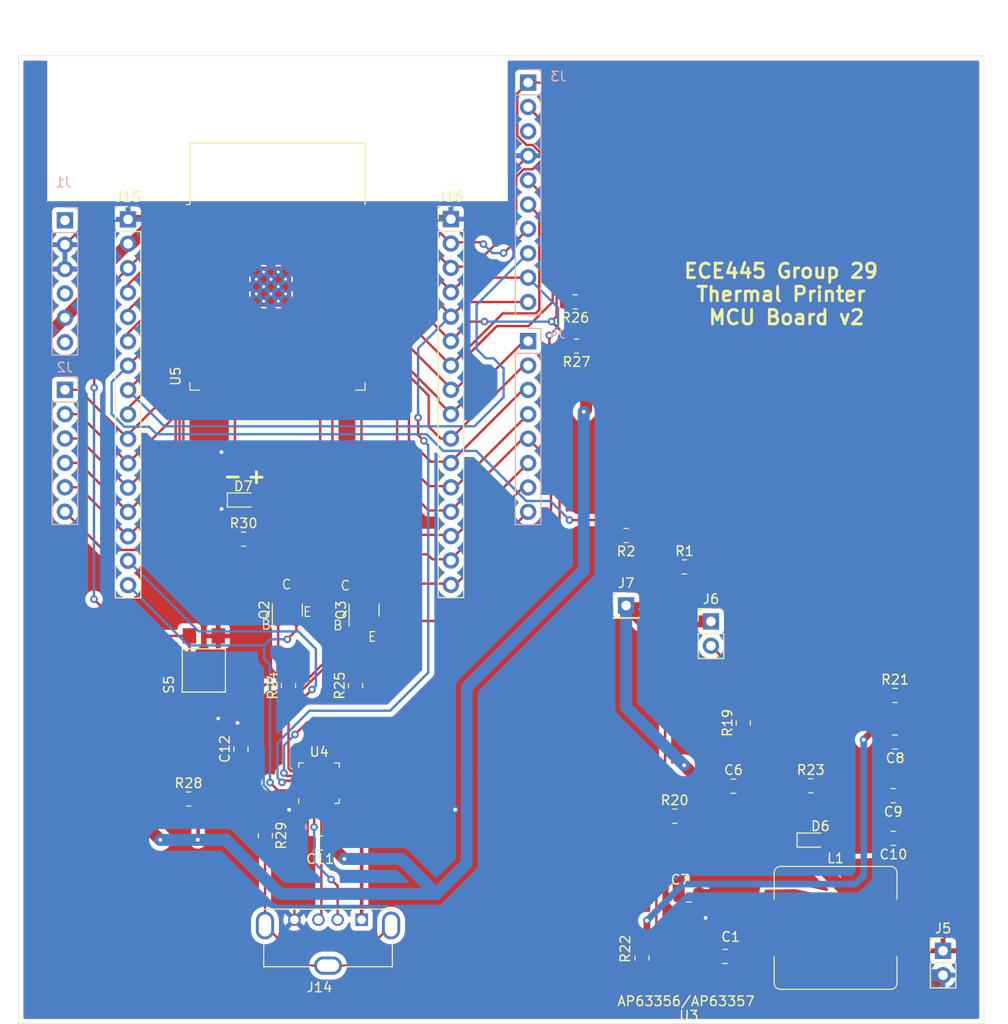
<source format=kicad_pcb>
(kicad_pcb (version 20211014) (generator pcbnew)
  (layers (0 "F.Cu" signal) (31 "B.Cu" signal) (34 "B.Paste" user) (35 "F.Paste" user) (36 "B.SilkS" user "B.Silkscreen") (37 "F.SilkS" user "F.Silkscreen") (38 "B.Mask" user) (39 "F.Mask" user) (44 "Edge.Cuts" user))
  (net 0 "")
  (net 1 "GND")
  (net 2 "TO_FPGA_USB")
  (net 3 "Net-(C8-Pad2)")
  (net 4 "3.3V1")
  (net 5 "Net-(D6-Pad1)")
  (net 6 "Net-(D7-Pad1)")
  (net 7 "Net-(J14-Pad1)")
  (net 8 "Net-(J14-Pad2)")
  (net 9 "Net-(J14-Pad3)")
  (net 10 "Net-(J14-Pad5)")
  (net 11 "/IO0")
  (net 12 "/IO2")
  (net 13 "/IO5")
  (net 14 "/IO19{slash}MISO")
  (net 15 "/IO21{slash}SDA")
  (net 16 "/IO22{slash}SCL")
  (net 17 "/IO32{slash}SPI_SS")
  (net 18 "/IO33{slash}SPI_CLK")
  (net 19 "/IO34{slash}IN_ONLY")
  (net 20 "/IO35{slash}IN_ONLY")
  (net 21 "/SENSOR_VP{slash}IO36")
  (net 22 "/SENSOR_VN{slash}IO39")
  (net 23 "/RST")
  (net 24 "/RTS")
  (net 25 "/DTR")
  (net 26 "Net-(Q2-Pad1)")
  (net 27 "Net-(Q3-Pad1)")
  (net 28 "/EN")
  (net 55 "/IO18{slash}SCLK")
  (net 56 "/IO12{slash}A2_C5")
  (net 57 "/IO14{slash}A2_C6")
  (net 58 "/IO27{slash}A2_C7")
  (net 59 "/IO26{slash}A2_c9")
  (net 60 "/IO25{slash}A2_C8")
  (net 61 "/IO13{slash}A2_C4")
  (net 62 "/IO15{slash}A2_C3")
  (net 63 "/IO4{slash}A2_C0")
  (net 64 "/IO16{slash}UART2_RX")
  (net 65 "/IO17{slash}UART2_TX")
  (net 66 "/IO3{slash}UART0_RX")
  (net 67 "/IO1{slash}UART0_TX")
  (net 68 "/IO23{slash}MOSI")
  (net 69 "/7_4VIn")
  (net 70 "Net-(C1-Pad1)")
  (net 71 "Net-(C1-Pad2)")
  (footprint "Package_TO_SOT_SMD:SOT-23" (layer "F.Cu") (at 152.832 106.004 90)
    (fp_text reference "Q3")
    (fp_text value "MMBT5550L")
  )
  (footprint "Resistor_SMD:R_0805_2012Metric_Pad1.20x1.40mm_HandSolder" (layer "F.Cu") (at 174.97 78.51 180)
    (fp_text reference "R27")
    (fp_text value "2.2k")
  )
  (footprint "Connector_PinHeader_2.54mm:PinHeader_1x02_P2.54mm_Vertical" (layer "F.Cu") (at 213.16 141.5)
    (fp_text reference "J5")
    (fp_text value "Conn_01x02_Male")
  )
  (footprint "footprints:AP63357DV-7" (layer "F.Cu") (at 186.69 140.800138)
    (fp_text reference "U3")
    (fp_text value "AP63356/AP63357")
  )
  (footprint "Capacitor_SMD:C_0805_2012Metric_Pad1.18x1.45mm_HandSolder" (layer "F.Cu") (at 207.985 129.7825 180)
    (fp_text reference "C10")
    (fp_text value "22uF")
  )
  (footprint "RF_Module:ESP32-WROOM-32" (layer "F.Cu") (at 143.81 73.22)
    (fp_text reference "U5")
    (fp_text value "ESP32-WROOM-32")
  )
  (footprint "Capacitor_SMD:C_0805_2012Metric_Pad1.18x1.45mm_HandSolder" (layer "F.Cu") (at 186.69 135.6868)
    (fp_text reference "C7")
    (fp_text value "4.7uF")
  )
  (footprint "Connector_PinHeader_2.54mm:PinHeader_1x02_P2.54mm_Vertical" (layer "F.Cu") (at 188.976 107.188)
    (fp_text reference "J6")
    (fp_text value "Conn_01x02_Male")
  )
  (footprint "Connector_USB:USB_A_Molex_105057_Vertical" (layer "F.Cu") (at 152.578 138.262 180)
    (fp_text reference "J14")
    (fp_text value "USB_A")
  )
  (footprint "Resistor_SMD:R_0805_2012Metric_Pad1.20x1.40mm_HandSolder" (layer "F.Cu") (at 180.13 98.24 180)
    (fp_text reference "R2")
    (fp_text value "100k")
  )
  (footprint "Package_DFN_QFN:QFN-24-1EP_4x4mm_P0.5mm_EP2.6x2.6mm" (layer "F.Cu") (at 148.133 124.038 90)
    (fp_text reference "U4")
    (fp_text value "CP2104")
  )
  (footprint "TL3305AF160QG:SW_TL3305AF160QG" (layer "F.Cu") (at 136.135 112.2995 90)
    (fp_text reference "S5")
    (fp_text value "TL3305AF160QG")
  )
  (footprint "Resistor_SMD:R_0805_2012Metric_Pad1.20x1.40mm_HandSolder" (layer "F.Cu") (at 208.165 114.9025)
    (fp_text reference "R21")
    (fp_text value "220k")
  )
  (footprint "Capacitor_SMD:C_0805_2012Metric_Pad1.18x1.45mm_HandSolder" (layer "F.Cu") (at 207.9675 125.3425 180)
    (fp_text reference "C9")
    (fp_text value "22uF")
  )
  (footprint "Resistor_SMD:R_0805_2012Metric_Pad1.20x1.40mm_HandSolder" (layer "F.Cu") (at 142.545 129.499 -90)
    (fp_text reference "R29")
    (fp_text value "100k")
  )
  (footprint "LED_SMD:LED_0603_1608Metric_Pad1.05x0.95mm_HandSolder" (layer "F.Cu") (at 199.6125 129.9625)
    (fp_text reference "D6")
    (fp_text value "LED")
  )
  (footprint "Package_TO_SOT_SMD:SOT-23" (layer "F.Cu") (at 144.831 106.004 90)
    (fp_text reference "Q2")
    (fp_text value "MMBT5550L")
  )
  (footprint "Resistor_SMD:R_0805_2012Metric_Pad1.20x1.40mm_HandSolder" (layer "F.Cu") (at 181.7925 142.2525 90)
    (fp_text reference "R22")
    (fp_text value "41.2k")
  )
  (footprint "Capacitor_SMD:C_0805_2012Metric_Pad1.18x1.45mm_HandSolder" (layer "F.Cu") (at 190.4492 142.0876)
    (fp_text reference "C1")
    (fp_text value "0.1uF")
  )
  (footprint "Connector_PinHeader_2.54mm:PinHeader_1x16_P2.54mm_Vertical" (layer "F.Cu") (at 128.24 65.31)
    (fp_text reference "J15")
    (fp_text value "Conn_01x16_Female")
  )
  (footprint "Resistor_SMD:R_0805_2012Metric_Pad1.20x1.40mm_HandSolder" (layer "F.Cu") (at 186.22 101.51)
    (fp_text reference "R1")
    (fp_text value "100k")
  )
  (footprint "Resistor_SMD:R_0805_2012Metric_Pad1.20x1.40mm_HandSolder" (layer "F.Cu") (at 151.943 113.878 90)
    (fp_text reference "R25")
    (fp_text value "10k")
  )
  (footprint "Connector_PinHeader_2.54mm:PinHeader_1x16_P2.54mm_Vertical" (layer "F.Cu") (at 161.88 65.28)
    (fp_text reference "J16")
    (fp_text value "Conn_01x16_Female")
  )
  (footprint "Resistor_SMD:R_0805_2012Metric_Pad1.20x1.40mm_HandSolder" (layer "F.Cu") (at 174.8425 73.9 180)
    (fp_text reference "R26")
    (fp_text value "2.2k")
  )
  (footprint "Resistor_SMD:R_0805_2012Metric_Pad1.20x1.40mm_HandSolder" (layer "F.Cu") (at 185.1925 127.4725)
    (fp_text reference "R20")
    (fp_text value "93.1k")
  )
  (footprint "Connector_PinHeader_2.54mm:PinHeader_1x01_P2.54mm_Vertical" (layer "F.Cu") (at 180.14 105.53)
    (fp_text reference "J7")
    (fp_text value "Conn_01x01_Female")
  )
  (footprint "Resistor_SMD:R_0805_2012Metric_Pad1.20x1.40mm_HandSolder" (layer "F.Cu") (at 140.28 98.62)
    (fp_text reference "R30")
    (fp_text value "1k")
  )
  (footprint "Capacitor_SMD:C_0805_2012Metric_Pad1.18x1.45mm_HandSolder" (layer "F.Cu") (at 148.26 130.261 180)
    (fp_text reference "C11")
    (fp_text value "10uF")
  )
  (footprint "Capacitor_SMD:C_0805_2012Metric_Pad1.18x1.45mm_HandSolder" (layer "F.Cu") (at 140.005 120.482 90)
    (fp_text reference "C12")
    (fp_text value "4.7uF")
  )
  (footprint "Resistor_SMD:R_0805_2012Metric_Pad1.20x1.40mm_HandSolder" (layer "F.Cu") (at 134.544 125.689)
    (fp_text reference "R28")
    (fp_text value "10k")
  )
  (footprint "Inductor_SMD:L_Bourns_SRR1260" (layer "F.Cu") (at 201.9625 139.1125)
    (fp_text reference "L1")
    (fp_text value "6.8uH")
  )
  (footprint "Capacitor_SMD:C_0805_2012Metric_Pad1.18x1.45mm_HandSolder" (layer "F.Cu") (at 191.3225 124.3525)
    (fp_text reference "C6")
    (fp_text value "4.7uF")
  )
  (footprint "Resistor_SMD:R_0805_2012Metric_Pad1.20x1.40mm_HandSolder" (layer "F.Cu") (at 144.958 113.878 90)
    (fp_text reference "R24")
    (fp_text value "10k")
  )
  (footprint "Resistor_SMD:R_0805_2012Metric_Pad1.20x1.40mm_HandSolder" (layer "F.Cu") (at 192.3425 117.7625 90)
    (fp_text reference "R19")
    (fp_text value "22k")
  )
  (footprint "Capacitor_SMD:C_0805_2012Metric_Pad1.18x1.45mm_HandSolder" (layer "F.Cu") (at 208.165 119.7525 180)
    (fp_text reference "C8")
    (fp_text value "47pF")
  )
  (footprint "LED_SMD:LED_0603_1608Metric_Pad1.05x0.95mm_HandSolder" (layer "F.Cu") (at 140.25 94.54)
    (fp_text reference "D7")
    (fp_text value "LED")
  )
  (footprint "Resistor_SMD:R_0805_2012Metric_Pad1.20x1.40mm_HandSolder" (layer "F.Cu") (at 199.3725 124.3125)
    (fp_text reference "R23")
    (fp_text value "2.2k")
  )
  (footprint "Connector_PinHeader_2.54mm:PinHeader_1x10_P2.54mm_Vertical" (layer "B.Cu") (at 169.926 51.059 180)
    (fp_text reference "J3")
    (fp_text value "Conn_01x10_Male")
  )
  (footprint "Connector_PinHeader_2.54mm:PinHeader_1x06_P2.54mm_Vertical" (layer "B.Cu") (at 121.666 65.405 180)
    (fp_text reference "J1")
    (fp_text value "Conn_01x06_Male")
  )
  (footprint "Connector_PinHeader_2.54mm:PinHeader_1x06_P2.54mm_Vertical" (layer "B.Cu") (at 121.666 83.058 180)
    (fp_text reference "J2")
    (fp_text value "Conn_01x06_Male")
  )
  (footprint "Connector_PinHeader_2.54mm:PinHeader_1x08_P2.54mm_Vertical" (layer "B.Cu") (at 169.926 77.993 180)
    (fp_text reference "J4")
    (fp_text value "Conn_01x08_Male")
  )
  (gr_rect (start 116.84 48.26) (end 217.424 149.098) (layer "Edge.Cuts") (width 0.05) (fill none))
  (gr_text "B\n" (at 142.63 107.53) (layer "F.SilkS") (effects (font (size 1 1) (thickness 0.125))))
  (gr_text "C\n" (at 150.88 103.46) (layer "F.SilkS") (effects (font (size 1 1) (thickness 0.125))))
  (gr_text "E" (at 146.92 106.21) (layer "F.SilkS") (effects (font (size 1 1) (thickness 0.125))))
  (gr_text "B\n" (at 150.1 107.6) (layer "F.SilkS") (effects (font (size 1 1) (thickness 0.125))))
  (gr_text "ECE445 Group 29 \nThermal Printer \nMCU Board v2" (at 196.85 73.1012) (layer "F.SilkS") (effects (font (size 1.5 1.5) (thickness 0.3))))
  (gr_text "E" (at 153.69 108.79) (layer "F.SilkS") (effects (font (size 1 1) (thickness 0.125))))
  (gr_text "C\n" (at 144.76 103.34) (layer "F.SilkS") (effects (font (size 1 1) (thickness 0.125))))
  (gr_text "-\n" (at 139.15 92.04) (layer "F.SilkS") (effects (font (size 1.5 1.5) (thickness 0.3))))
  (gr_text "+\n" (at 141.62 92.06) (layer "F.SilkS") (effects (font (size 1.5 1.5) (thickness 0.3))))
  (segment (start 161.9 65.26) (end 166.146778 65.26) (width 0.25) (layer "F.Cu") (net 1))
  (segment (start 146.9476 129.9861) (end 147.2225 130.261) (width 0.25) (layer "F.Cu") (net 1))
  (segment (start 213.16 144.04) (end 210.48 146.72) (width 1.25) (layer "F.Cu") (net 1))
  (segment (start 143.8925 72.31) (end 144.655 72.31) (width 0.25) (layer "F.Cu") (net 1))
  (segment (start 143.34168 127.70232) (end 144.12232 127.70232) (width 0.25) (layer "F.Cu") (net 1))
  (segment (start 148.133 124.038) (end 147.383 124.788) (width 0.25) (layer "F.Cu") (net 1))
  (segment (start 145.02464 126.8) (end 144.12232 127.70232) (width 0.25) (layer "F.Cu") (net 1))
  (segment (start 150.47 64.97) (end 152.56 64.97) (width 0.25) (layer "F.Cu") (net 1))
  (segment (start 147.2225 130.261) (end 145.578 131.9055) (width 0.25) (layer "F.Cu") (net 1))
  (segment (start 161.88 65.28) (end 161.9 65.26) (width 0.25) (layer "F.Cu") (net 1))
  (segment (start 196.2 114.905) (end 192.3425 118.7625) (width 0.675) (layer "F.Cu") (net 1))
  (segment (start 206.93 129.765) (end 206.9475 129.7825) (width 1.25) (layer "F.Cu") (net 1))
  (segment (start 181.13 98.24) (end 191.88 98.24) (width 0.675) (layer "F.Cu") (net 1))
  (segment (start 138.3205 117.76) (end 139.65 117.76) (width 0.25) (layer "F.Cu") (net 1))
  (segment (start 135.06 64.97) (end 128.58 64.97) (width 0.25) (layer "F.Cu") (net 1))
  (segment (start 198.3725 124.059537) (end 198.4325 123.999537) (width 1.25) (layer "F.Cu") (net 1))
  (segment (start 198.3725 124.3125) (end 192.4 124.3125) (width 1.25) (layer "F.Cu") (net 1))
  (segment (start 138.1 75.53) (end 138.1 82.73) (width 0.25) (layer "F.Cu") (net 1))
  (segment (start 178.7825 143.2525) (end 181.7925 143.2525) (width 0.25) (layer "F.Cu") (net 1))
  (segment (start 162.32 126.79) (end 178.7825 143.2525) (width 0.25) (layer "F.Cu") (net 1))
  (segment (start 137.97 89.56) (end 138.1 89.43) (width 0.25) (layer "F.Cu") (net 1))
  (segment (start 139.28 98.62) (end 137.98 97.32) (width 0.25) (layer "F.Cu") (net 1))
  (segment (start 145.578 131.9055) (end 145.578 138.262) (width 0.25) (layer "F.Cu") (net 1))
  (segment (start 196.2 102.56) (end 196.2 114.905) (width 0.7) (layer "F.Cu") (net 1))
  (segment (start 147.383 124.788) (end 147.383 125.9755) (width 0.25) (layer "F.Cu") (net 1))
  (segment (start 139.28 98.62) (end 137.635 100.265) (width 0.25) (layer "F.Cu") (net 1))
  (segment (start 142.545 128.499) (end 143.34168 127.70232) (width 0.25) (layer "F.Cu") (net 1))
  (segment (start 192.3425 124.335) (end 192.36 124.3525) (width 1.25) (layer "F.Cu") (net 1))
  (segment (start 124.301 65.31) (end 128.24 65.31) (width 0.25) (layer "F.Cu") (net 1))
  (segment (start 187.7275 135.6868) (end 189.1284 135.6868) (width 1.25) (layer "F.Cu") (net 1))
  (segment (start 146.9476 127.70232) (end 146.9476 129.9861) (width 0.25) (layer "F.Cu") (net 1))
  (segment (start 206.93 124.47) (end 206.93 125.3425) (width 1.25) (layer "F.Cu") (net 1))
  (segment (start 152.56 64.97) (end 161.57 64.97) (width 0.25) (layer "F.Cu") (net 1))
  (segment (start 141.605 73.835) (end 139.795 73.835) (width 0.25) (layer "F.Cu") (net 1))
  (segment (start 192.4304 132.3848) (end 192.4304 124.4229) (width 1.25) (layer "F.Cu") (net 1))
  (segment (start 161.57 64.97) (end 161.88 65.28) (width 0.25) (layer "F.Cu") (net 1))
  (segment (start 189.1284 135.6868) (end 192.4304 132.3848) (width 1.25) (layer "F.Cu") (net 1))
  (segment (start 168.147155 63.259623) (end 168.147155 60.457845) (width 0.25) (layer "F.Cu") (net 1))
  (segment (start 185.26 146.72) (end 184.2176 145.6776) (width 1.25) (layer "F.Cu") (net 1))
  (segment (start 139.795 73.835) (end 138.1 75.53) (width 0.25) (layer "F.Cu") (net 1))
  (segment (start 137.635 115.8995) (end 137.635 117.0745) (width 0.25) (layer "F.Cu") (net 1))
  (segment (start 191.88 98.24) (end 196.2 102.56) (width 0.675) (layer "F.Cu") (net 1))
  (segment (start 147.383 125.9755) (end 147.383 127.26692) (width 0.25) (layer "F.Cu") (net 1))
  (segment (start 137.635 108.6995) (end 137.635 115.8995) (width 0.25) (layer "F.Cu") (net 1))
  (segment (start 143.13 72.04) (end 143.13 72.31) (width 0.25) (layer "F.Cu") (net 1))
  (segment (start 198.3725 124.3125) (end 198.3725 124.059537) (width 1.25) (layer "F.Cu") (net 1))
  (segment (start 137.635 117.0745) (end 138.3205 117.76) (width 0.25) (layer "F.Cu") (net 1))
  (segment (start 137.98 97.32) (end 137.98 95.47) (width 0.25) (layer "F.Cu") (net 1))
  (segment (start 143.13 72.31) (end 144.655 70.785) (width 0.25) (layer "F.Cu") (net 1))
  (segment (start 143.13 72.31) (end 150.47 64.97) (width 0.25) (layer "F.Cu") (net 1))
  (segment (start 137.635 100.265) (end 137.635 108.6995) (width 0.25) (layer "F.Cu") (net 1))
  (segment (start 166.146778 65.26) (end 168.147155 63.259623) (width 0.25) (layer "F.Cu") (net 1))
  (segment (start 141.605 73.835) (end 143.13 72.31) (width 0.25) (layer "F.Cu") (net 1))
  (segment (start 137.635 117.0745) (end 140.005 119.4445) (width 0.25) (layer "F.Cu") (net 1))
  (segment (start 147.383 127.26692) (end 146.9476 127.70232) (width 0.25) (layer "F.Cu") (net 1))
  (segment (start 198.4325 123.999537) (end 198.4325 121.0925) (width 1.25) (layer "F.Cu") (net 1))
  (segment (start 192.3425 118.7625) (end 192.3425 124.335) (width 1.25) (layer "F.Cu") (net 1))
  (segment locked (start 121.666 70.485) (end 121.666 67.945) (width 0.25) (layer "F.Cu") (net 1))
  (segment (start 141.605 70.785) (end 143.13 72.31) (width 0.25) (layer "F.Cu") (net 1))
  (segment (start 192.4304 124.4229) (end 192.36 124.3525) (width 1.25) (layer "F.Cu") (net 1))
  (segment (start 168.147155 60.457845) (end 169.926 58.679) (width 0.25) (layer "F.Cu") (net 1))
  (segment (start 144.12232 127.70232) (end 146.9476 127.70232) (width 0.25) (layer "F.Cu") (net 1))
  (segment (start 136.06 64.97) (end 143.13 72.04) (width 0.25) (layer "F.Cu") (net 1))
  (segment (start 121.666 67.945) (end 124.301 65.31) (width 0.25) (layer "F.Cu") (net 1))
  (segment (start 143.13 70.785) (end 143.13 72.31) (width 0.25) (layer "F.Cu") (net 1))
  (segment (start 185.56605 144.32915) (end 184.2176 145.6776) (width 0.25) (layer "F.Cu") (net 1))
  (segment (start 140.005 121.5195) (end 140.005 125.959) (width 0.25) (layer "F.Cu") (net 1))
  (segment (start 143.13 72.31) (end 144.655 73.835) (width 0.25) (layer "F.Cu") (net 1))
  (segment (start 192.4 124.3125) (end 192.36 124.3525) (width 1.25) (layer "F.Cu") (net 1))
  (segment (start 141.605 72.31) (end 143.13 72.31) (width 0.25) (layer "F.Cu") (net 1))
  (segment (start 140.005 125.959) (end 142.545 128.499) (width 0.25) (layer "F.Cu") (net 1))
  (segment (start 185.56605 142.076488) (end 185.56605 144.32915) (width 0.25) (layer "F.Cu") (net 1))
  (segment (start 198.4325 121.0925) (end 200.4025 119.1225) (width 1.25) (layer "F.Cu") (net 1))
  (segment (start 210.48 146.72) (end 185.26 146.72) (width 1.25) (layer "F.Cu") (net 1))
  (segment (start 184.2176 145.6776) (end 181.7925 143.2525) (width 1.25) (layer "F.Cu") (net 1))
  (segment (start 206.93 125.3425) (end 206.93 129.765) (width 1.25) (layer "F.Cu") (net 1))
  (segment (start 201.5825 119.1225) (end 206.93 124.47) (width 1.25) (layer "F.Cu") (net 1))
  (segment (start 135.06 64.97) (end 136.06 64.97) (width 0.25) (layer "F.Cu") (net 1))
  (segment (start 200.4025 119.1225) (end 201.5825 119.1225) (width 1.25) (layer "F.Cu") (net 1))
  (segment (start 138.1 89.43) (end 138.1 82.73) (width 0.25) (layer "F.Cu") (net 1))
  (segment (start 128.58 64.97) (end 128.24 65.31) (width 0.25) (layer "F.Cu") (net 1))
  (via (at 188.4172 138.0744) (size 0.8) (drill 0.4) (layers "F.Cu" "B.Cu") (net 1))
  (via (at 137.97 89.56) (size 0.8) (drill 0.4) (layers "F.Cu" "B.Cu") (net 1))
  (via (at 162.32 126.79) (size 0.8) (drill 0.4) (layers "F.Cu" "B.Cu") (net 1))
  (via (at 137.98 95.47) (size 0.8) (drill 0.4) (layers "F.Cu" "B.Cu") (net 1))
  (via (at 145.02464 126.8) (size 0.8) (drill 0.4) (layers "F.Cu" "B.Cu") (net 1))
  (via (at 139.65 117.76) (size 0.8) (drill 0.4) (layers "F.Cu" "B.Cu") (net 1))
  (segment (start 145.02464 126.8) (end 162.31 126.8) (width 0.25) (layer "B.Cu") (net 1))
  (segment (start 142.372001 120.482001) (end 142.372001 124.244911) (width 0.25) (layer "B.Cu") (net 1))
  (segment (start 191.008 137.6172) (end 188.8744 137.6172) (width 1.25) (layer "B.Cu") (net 1))
  (segment (start 139.65 117.76) (end 142.372001 120.482001) (width 0.25) (layer "B.Cu") (net 1))
  (segment (start 197.4308 144.04) (end 213.16 144.04) (width 1.25) (layer "B.Cu") (net 1))
  (segment (start 137.98 95.47) (end 137.98 89.57) (width 0.25) (layer "B.Cu") (net 1))
  (segment (start 188.8744 137.6172) (end 188.4172 138.0744) (width 1.25) (layer "B.Cu") (net 1))
  (segment (start 142.372001 124.244911) (end 144.92709 126.8) (width 0.25) (layer "B.Cu") (net 1))
  (segment (start 144.92709 126.8) (end 145.02464 126.8) (width 0.25) (layer "B.Cu") (net 1))
  (segment (start 162.31 126.8) (end 162.32 126.79) (width 0.25) (layer "B.Cu") (net 1))
  (segment (start 137.98 89.57) (end 137.97 89.56) (width 0.25) (layer "B.Cu") (net 1))
  (segment (start 191.008 137.6172) (end 197.4308 144.04) (width 1.25) (layer "B.Cu") (net 1))
  (segment (start 209.165 114.9025) (end 209.165 119.715) (width 1.25) (layer "F.Cu") (net 2))
  (segment (start 200.4875 132.7875) (end 206.8125 139.1125) (width 1.25) (layer "F.Cu") (net 2))
  (segment (start 209.005 119.95) (end 209.2025 119.7525) (width 1.25) (layer "F.Cu") (net 2))
  (segment (start 209.165 119.715) (end 209.2025 119.7525) (width 1.25) (layer "F.Cu") (net 2))
  (segment (start 200.4875 129.9625) (end 200.4875 132.7875) (width 1.25) (layer "F.Cu") (net 2))
  (segment (start 209.0225 129.7825) (end 209.0225 136.9025) (width 1.25) (layer "F.Cu") (net 2))
  (segment (start 209.005 125.3425) (end 209.005 119.95) (width 1.25) (layer "F.Cu") (net 2))
  (segment (start 209.0225 125.36) (end 209.005 125.3425) (width 1.25) (layer "F.Cu") (net 2))
  (segment (start 209.0225 129.7825) (end 209.0225 125.36) (width 1.25) (layer "F.Cu") (net 2))
  (segment (start 209.0225 136.9025) (end 206.8125 139.1125) (width 1.25) (layer "F.Cu") (net 2))
  (segment (start 185.56605 141.625638) (end 185.0297 141.625638) (width 0.25) (layer "F.Cu") (net 3))
  (segment (start 207.1275 117.2675) (end 204.8825 119.5125) (width 0.7) (layer "F.Cu") (net 3))
  (segment (start 207.1275 116.8975) (end 207.1275 114.94) (width 0.7) (layer "F.Cu") (net 3))
  (segment (start 184.567738 142.0876) (end 182.6276 142.0876) (width 0.25) (layer "F.Cu") (net 3))
  (segment (start 207.1275 116.8975) (end 207.1275 117.2675) (width 0.7) (layer "F.Cu") (net 3))
  (segment (start 185.0297 141.625638) (end 184.567738 142.0876) (width 0.25) (layer "F.Cu") (net 3))
  (segment (start 182.3025 138.3425) (end 182.3025 140.7425) (width 0.7) (layer "F.Cu") (net 3))
  (segment (start 182.6276 142.0876) (end 181.7925 141.2525) (width 0.25) (layer "F.Cu") (net 3))
  (segment (start 207.1275 119.7525) (end 207.1275 116.8975) (width 0.7) (layer "F.Cu") (net 3))
  (segment (start 182.3025 140.7425) (end 181.7925 141.2525) (width 0.7) (layer "F.Cu") (net 3))
  (segment (start 207.1275 114.94) (end 207.165 114.9025) (width 0.7) (layer "F.Cu") (net 3))
  (via (at 204.8825 119.5125) (size 0.8) (drill 0.4) (layers "F.Cu" "B.Cu") (net 3))
  (via (at 182.3025 138.3425) (size 0.8) (drill 0.4) (layers "F.Cu" "B.Cu") (net 3))
  (segment (start 204.897408 133.689943) (end 204.036268 134.551083) (width 0.7) (layer "B.Cu") (net 3))
  (segment (start 204.8825 119.5125) (end 204.897408 119.527408) (width 0.7) (layer "B.Cu") (net 3))
  (segment (start 204.897408 119.527408) (end 204.897408 133.689943) (width 0.7) (layer "B.Cu") (net 3))
  (segment (start 186.093917 134.551083) (end 182.3025 138.3425) (width 0.7) (layer "B.Cu") (net 3))
  (segment (start 204.036268 134.551083) (end 186.093917 134.551083) (width 0.7) (layer "B.Cu") (net 3))
  (segment (start 175.97 74.0275) (end 175.8425 73.9) (width 1.25) (layer "F.Cu") (net 4))
  (segment (start 149.383 125.9755) (end 149.2975 126.061) (width 0.375) (layer "F.Cu") (net 4))
  (segment (start 149.383 125.9755) (end 148.883 125.9755) (width 0.375) (layer "F.Cu") (net 4))
  (segment (start 128.24 67.85) (end 128.586906 67.85) (width 1.25) (layer "F.Cu") (net 4))
  (segment (start 175.97 78.51) (end 175.97 74.0275) (width 1.25) (layer "F.Cu") (net 4))
  (segment (start 130.196906 66.24) (end 135.06 66.24) (width 1.25) (layer "F.Cu") (net 4))
  (segment (start 149.2975 126.061) (end 149.2975 130.261) (width 0.375) (layer "F.Cu") (net 4))
  (segment (start 128.586906 67.85) (end 130.196906 66.24) (width 1.25) (layer "F.Cu") (net 4))
  (segment (start 175.97 78.51) (end 175.97 85.1) (width 1.25) (layer "F.Cu") (net 4))
  (segment (start 121.666 75.565) (end 125.51 71.721) (width 1.25) (layer "F.Cu") (net 4))
  (segment (start 118.838129 117.198129) (end 131.59 129.95) (width 1.25) (layer "F.Cu") (net 4))
  (segment (start 125.51 70.58) (end 128.24 67.85) (width 1.25) (layer "F.Cu") (net 4))
  (segment (start 121.666 75.565) (end 118.838129 78.392871) (width 1.25) (layer "F.Cu") (net 4))
  (segment (start 150.0705 125.288) (end 149.383 125.9755) (width 0.25) (layer "F.Cu") (net 4))
  (segment (start 175.97 85.1) (end 175.72 85.35) (width 1.25) (layer "F.Cu") (net 4))
  (segment (start 118.838129 78.392871) (end 118.838129 117.198129) (width 1.25) (layer "F.Cu") (net 4))
  (segment (start 149.2975 130.4475) (end 150.78 131.93) (width 1.25) (layer "F.Cu") (net 4))
  (segment (start 135.510051 129.944205) (end 135.544 129.910256) (width 0.375) (layer "F.Cu") (net 4))
  (segment (start 149.2975 130.261) (end 149.2975 130.4475) (width 1.25) (layer "F.Cu") (net 4))
  (segment (start 135.544 129.910256) (end 135.544 125.689) (width 0.375) (layer "F.Cu") (net 4))
  (segment (start 125.51 71.721) (end 125.51 70.58) (width 1.25) (layer "F.Cu") (net 4))
  (via (at 131.59 129.95) (size 0.8) (drill 0.4) (layers "F.Cu" "B.Cu") (net 4))
  (via (at 175.72 85.35) (size 0.8) (drill 0.4) (layers "F.Cu" "B.Cu") (net 4))
  (via (at 135.510051 129.944205) (size 0.8) (drill 0.4) (layers "F.Cu" "B.Cu") (net 4))
  (via (at 150.78 131.93) (size 0.8) (drill 0.4) (layers "F.Cu" "B.Cu") (net 4))
  (segment (start 133.839 129.95) (end 131.59 129.95) (width 1.25) (layer "B.Cu") (net 4))
  (segment (start 150.78 131.93) (end 156.72 131.93) (width 1.25) (layer "B.Cu") (net 4))
  (segment (start 144.062206 135.57) (end 160.36 135.57) (width 1.25) (layer "B.Cu") (net 4))
  (segment (start 138.436411 129.944205) (end 144.062206 135.57) (width 1.25) (layer "B.Cu") (net 4))
  (segment (start 163.52 132.41) (end 163.52 122.58) (width 1.25) (layer "B.Cu") (net 4))
  (segment (start 156.72 131.93) (end 160.36 135.57) (width 1.25) (layer "B.Cu") (net 4))
  (segment (start 135.510051 129.944205) (end 133.844795 129.944205) (width 1.25) (layer "B.Cu") (net 4))
  (segment (start 175.72 101.87) (end 175.72 85.35) (width 1.25) (layer "B.Cu") (net 4))
  (segment (start 175.4 102.19) (end 175.72 101.87) (width 1.25) (layer "B.Cu") (net 4))
  (segment (start 135.510051 129.944205) (end 138.436411 129.944205) (width 1.25) (layer "B.Cu") (net 4))
  (segment (start 160.36 135.57) (end 163.52 132.41) (width 1.25) (layer "B.Cu") (net 4))
  (segment (start 163.52 122.58) (end 163.52 114.07) (width 1.25) (layer "B.Cu") (net 4))
  (segment (start 163.52 114.07) (end 175.4 102.19) (width 1.25) (layer "B.Cu") (net 4))
  (segment (start 133.844795 129.944205) (end 133.839 129.95) (width 1.25) (layer "B.Cu") (net 4))
  (segment (start 200.3725 124.3125) (end 200.3725 125.4325) (width 0.7) (layer "F.Cu") (net 5))
  (segment (start 200.3725 125.4325) (end 198.7375 127.0675) (width 0.7) (layer "F.Cu") (net 5))
  (segment (start 198.7375 127.0675) (end 198.7375 129.9625) (width 0.7) (layer "F.Cu") (net 5))
  (segment (start 139.375 96.715) (end 141.28 98.62) (width 0.25) (layer "F.Cu") (net 6))
  (segment (start 139.375 94.54) (end 139.375 96.715) (width 0.25) (layer "F.Cu") (net 6))
  (segment (start 151.411 124.78625) (end 152.578 125.95325) (width 0.375) (layer "F.Cu") (net 7))
  (segment (start 150.0705 124.788) (end 150.07225 124.78625) (width 0.375) (layer "F.Cu") (net 7))
  (segment (start 152.578 125.95325) (end 152.578 138.262) (width 0.375) (layer "F.Cu") (net 7))
  (segment (start 150.07225 124.78625) (end 151.411 124.78625) (width 0.375) (layer "F.Cu") (net 7))
  (segment (start 150.078 134.746) (end 149.403 134.071) (width 0.25) (layer "F.Cu") (net 8))
  (segment (start 147.883 125.9755) (end 147.883 127.336) (width 0.25) (layer "F.Cu") (net 8))
  (segment (start 147.625 127.594) (end 147.625 128.61) (width 0.25) (layer "F.Cu") (net 8))
  (segment (start 150.078 138.262) (end 150.078 134.746) (width 0.25) (layer "F.Cu") (net 8))
  (segment (start 147.883 127.336) (end 147.625 127.594) (width 0.25) (layer "F.Cu") (net 8))
  (via (at 147.625 128.61) (size 0.8) (drill 0.4) (layers "F.Cu" "B.Cu") (net 8))
  (via (at 149.403 134.071) (size 0.8) (drill 0.4) (layers "F.Cu" "B.Cu") (net 8))
  (segment (start 149.403 134.071) (end 147.625 132.293) (width 0.25) (layer "B.Cu") (net 8))
  (segment (start 147.625 132.293) (end 147.625 128.61) (width 0.25) (layer "B.Cu") (net 8))
  (segment (start 148.078 138.262) (end 148.383 137.957) (width 0.25) (layer "F.Cu") (net 9))
  (segment (start 148.383 137.957) (end 148.383 125.9755) (width 0.25) (layer "F.Cu") (net 9))
  (segment (start 142.508 138.862) (end 142.508 130.536) (width 0.25) (layer "F.Cu") (net 10))
  (segment (start 142.508 130.536) (end 142.545 130.499) (width 0.25) (layer "F.Cu") (net 10))
  (segment (start 151.468 143.042) (end 155.648 138.862) (width 0.25) (layer "F.Cu") (net 10))
  (segment (start 149.078 143.042) (end 146.688 143.042) (width 0.25) (layer "F.Cu") (net 10))
  (segment (start 146.688 143.042) (end 142.508 138.862) (width 0.25) (layer "F.Cu") (net 10))
  (segment (start 149.078 143.042) (end 151.468 143.042) (width 0.25) (layer "F.Cu") (net 10))
  (segment (start 162.71 107.14) (end 172.31 97.54) (width 0.25) (layer "F.Cu") (net 11))
  (segment (start 172.31 97.54) (end 172.31 90.537) (width 0.25) (layer "F.Cu") (net 11))
  (segment (start 147.2475 102.65) (end 153 102.65) (width 0.25) (layer "F.Cu") (net 11))
  (segment (start 152.56 88.64) (end 152.56 81.48) (width 0.25) (layer "F.Cu") (net 11))
  (segment (start 144.831 105.0665) (end 147.2475 102.65) (width 0.25) (layer "F.Cu") (net 11))
  (segment (start 161.9 95.63) (end 169.377 88.153) (width 0.25) (layer "F.Cu") (net 11))
  (segment (start 153 102.65) (end 157.49 107.14) (width 0.25) (layer "F.Cu") (net 11))
  (segment (start 161.9 95.63) (end 159.55 95.63) (width 0.25) (layer "F.Cu") (net 11))
  (segment (start 169.377 88.153) (end 169.926 88.153) (width 0.25) (layer "F.Cu") (net 11))
  (segment (start 159.55 95.63) (end 152.56 88.64) (width 0.25) (layer "F.Cu") (net 11))
  (segment (start 157.49 107.14) (end 162.71 107.14) (width 0.25) (layer "F.Cu") (net 11))
  (segment (start 172.31 90.537) (end 169.926 88.153) (width 0.25) (layer "F.Cu") (net 11))
  (segment (start 149.53 82.73) (end 149.53 89.73) (width 0.25) (layer "F.Cu") (net 12))
  (segment (start 162.449 98.17) (end 161.9 98.17) (width 0.25) (layer "F.Cu") (net 12))
  (segment (start 169.926 90.693) (end 162.449 98.17) (width 0.25) (layer "F.Cu") (net 12))
  (segment (start 157.97 98.17) (end 161.9 98.17) (width 0.25) (layer "F.Cu") (net 12))
  (segment (start 149.53 89.73) (end 157.97 98.17) (width 0.25) (layer "F.Cu") (net 12))
  (segment (start 161.88 85.55) (end 161.88 85.6) (width 0.25) (layer "F.Cu") (net 13))
  (segment (start 153.0448 76.4) (end 160.57 83.9252) (width 0.25) (layer "F.Cu") (net 13))
  (segment (start 161.88 85.6) (end 169.487 77.993) (width 0.25) (layer "F.Cu") (net 13))
  (segment (start 160.57 84.24) (end 161.88 85.55) (width 0.25) (layer "F.Cu") (net 13))
  (segment (start 152.56 76.4) (end 153.0448 76.4) (width 0.25) (layer "F.Cu") (net 13))
  (segment (start 160.57 83.9252) (end 160.57 84.24) (width 0.25) (layer "F.Cu") (net 13))
  (segment (start 169.487 77.993) (end 169.926 77.993) (width 0.25) (layer "F.Cu") (net 13))
  (segment (start 169.926 63.759) (end 171.084332 64.917332) (width 0.25) (layer "F.Cu") (net 14))
  (segment (start 161.88 80.51) (end 161.88 80.52) (width 0.25) (layer "F.Cu") (net 14))
  (segment (start 171.084332 74.729358) (end 170.713462 75.100228) (width 0.25) (layer "F.Cu") (net 14))
  (segment (start 161.88 80.52) (end 155.22 73.86) (width 0.25) (layer "F.Cu") (net 14))
  (segment (start 171.084332 64.917332) (end 171.084332 74.729358) (width 0.25) (layer "F.Cu") (net 14))
  (segment (start 167.289772 75.100228) (end 161.88 80.51) (width 0.25) (layer "F.Cu") (net 14))
  (segment (start 155.22 73.86) (end 152.56 73.86) (width 0.25) (layer "F.Cu") (net 14))
  (segment (start 170.713462 75.100228) (end 167.289772 75.100228) (width 0.25) (layer "F.Cu") (net 14))
  (segment (start 172.8924 56.5654) (end 169.926 53.599) (width 0.25) (layer "F.Cu") (net 15))
  (segment (start 172.37 75.95) (end 173.97 77.55) (width 0.25) (layer "F.Cu") (net 15))
  (segment (start 173.97 77.55) (end 173.97 78.51) (width 0.25) (layer "F.Cu") (net 15))
  (segment (start 163.898641 75.961359) (end 165.371359 75.961359) (width 0.25) (layer "F.Cu") (net 15))
  (segment (start 155.22 71.32) (end 161.88 77.98) (width 0.25) (layer "F.Cu") (net 15))
  (segment (start 172.37 75.95) (end 172.8924 75.4276) (width 0.25) (layer "F.Cu") (net 15))
  (segment (start 161.88 77.98) (end 163.898641 75.961359) (width 0.25) (layer "F.Cu") (net 15))
  (segment (start 172.8924 75.4276) (end 172.8924 56.5654) (width 0.25) (layer "F.Cu") (net 15))
  (segment (start 152.56 71.32) (end 155.22 71.32) (width 0.25) (layer "F.Cu") (net 15))
  (via (at 172.37 75.95) (size 0.8) (drill 0.4) (layers "F.Cu" "B.Cu") (net 15))
  (via (at 165.371359 75.961359) (size 0.8) (drill 0.4) (layers "F.Cu" "B.Cu") (net 15))
  (segment (start 165.371359 75.961359) (end 172.358641 75.961359) (width 0.25) (layer "B.Cu") (net 15))
  (segment (start 172.358641 75.961359) (end 172.37 75.95) (width 0.25) (layer "B.Cu") (net 15))
  (segment (start 168.68 60.870615) (end 169.459015 60.0916) (width 0.25) (layer "F.Cu") (net 16))
  (segment (start 152.56 67.51) (end 159.03 67.51) (width 0.25) (layer "F.Cu") (net 16))
  (segment (start 170.392985 60.0916) (end 171.35 59.134585) (width 0.25) (layer "F.Cu") (net 16))
  (segment (start 168.68 65.74) (end 168.68 60.870615) (width 0.25) (layer "F.Cu") (net 16))
  (segment (start 171.579 51.059) (end 174.3 53.78) (width 0.25) (layer "F.Cu") (net 16))
  (segment (start 169.459015 60.0916) (end 170.392985 60.0916) (width 0.25) (layer "F.Cu") (net 16))
  (segment (start 168.7986 56.605985) (end 168.7986 52.1864) (width 0.25) (layer "F.Cu") (net 16))
  (segment (start 174.3 73.4425) (end 173.8425 73.9) (width 0.25) (layer "F.Cu") (net 16))
  (segment (start 164.19 70.23) (end 168.68 65.74) (width 0.25) (layer "F.Cu") (net 16))
  (segment (start 171.35 59.134585) (end 171.35 58.508615) (width 0.25) (layer "F.Cu") (net 16))
  (segment (start 174.3 53.78) (end 174.3 73.4425) (width 0.25) (layer "F.Cu") (net 16))
  (segment (start 159.03 67.51) (end 161.75 70.23) (width 0.25) (layer "F.Cu") (net 16))
  (segment (start 171.35 58.508615) (end 170.392985 57.5516) (width 0.25) (layer "F.Cu") (net 16))
  (segment (start 161.75 70.23) (end 164.19 70.23) (width 0.25) (layer "F.Cu") (net 16))
  (segment (start 169.926 51.059) (end 171.579 51.059) (width 0.25) (layer "F.Cu") (net 16))
  (segment (start 168.7986 52.1864) (end 169.926 51.059) (width 0.25) (layer "F.Cu") (net 16))
  (segment (start 169.744215 57.5516) (end 168.7986 56.605985) (width 0.25) (layer "F.Cu") (net 16))
  (segment (start 170.392985 57.5516) (end 169.744215 57.5516) (width 0.25) (layer "F.Cu") (net 16))
  (segment (start 134.41 73.86) (end 131.033489 77.236511) (width 0.25) (layer "F.Cu") (net 17))
  (segment (start 131.033489 80.296511) (end 128.24 83.09) (width 0.25) (layer "F.Cu") (net 17))
  (segment (start 131.033489 77.236511) (end 131.033489 80.296511) (width 0.25) (layer "F.Cu") (net 17))
  (segment (start 135.06 73.86) (end 134.41 73.86) (width 0.25) (layer "F.Cu") (net 17))
  (segment (start 166.31 79.78) (end 167.37 80.84) (width 0.25) (layer "B.Cu") (net 17))
  (segment (start 164.56 74.205) (end 164.56 78.82) (width 0.25) (layer "B.Cu") (net 17))
  (segment (start 169.926 68.839) (end 164.56 74.205) (width 0.25) (layer "B.Cu") (net 17))
  (segment (start 167.37 80.84) (end 167.37 83.83) (width 0.25) (layer "B.Cu") (net 17))
  (segment (start 164.56 78.82) (end 165.52 79.78) (width 0.25) (layer "B.Cu") (net 17))
  (segment (start 132.01 86.86) (end 128.24 83.09) (width 0.25) (layer "B.Cu") (net 17))
  (segment (start 164.34 86.86) (end 132.01 86.86) (width 0.25) (layer "B.Cu") (net 17))
  (segment (start 165.52 79.78) (end 166.31 79.78) (width 0.25) (layer "B.Cu") (net 17))
  (segment (start 167.37 83.83) (end 164.34 86.86) (width 0.25) (layer "B.Cu") (net 17))
  (segment (start 131.721674 77.983526) (end 131.721674 81.491432) (width 0.25) (layer "F.Cu") (net 18))
  (segment (start 135.06 75.13) (end 134.5752 75.13) (width 0.25) (layer "F.Cu") (net 18))
  (segment (start 131.721674 81.491432) (end 128.24 84.973106) (width 0.25) (layer "F.Cu") (net 18))
  (segment (start 134.5752 75.13) (end 131.721674 77.983526) (width 0.25) (layer "F.Cu") (net 18))
  (segment (start 128.24 84.973106) (end 128.24 85.63) (width 0.25) (layer "F.Cu") (net 18))
  (segment (start 128.24 77.152071) (end 128.24 78.01) (width 0.25) (layer "F.Cu") (net 19))
  (segment (start 134.072071 71.32) (end 128.24 77.152071) (width 0.25) (layer "F.Cu") (net 19))
  (segment (start 135.06 71.32) (end 134.072071 71.32) (width 0.25) (layer "F.Cu") (net 19))
  (segment (start 182.4 101.51) (end 179.13 98.24) (width 0.675) (layer "F.Cu") (net 20))
  (segment (start 133.893762 72.59) (end 130.242809 76.240953) (width 0.25) (layer "F.Cu") (net 20))
  (segment (start 177.52 96.63) (end 179.13 98.24) (width 0.25) (layer "F.Cu") (net 20))
  (segment (start 130.242809 78.547191) (end 128.24 80.55) (width 0.25) (layer "F.Cu") (net 20))
  (segment (start 135.06 72.59) (end 133.893762 72.59) (width 0.25) (layer "F.Cu") (net 20))
  (segment (start 130.242809 76.240953) (end 130.242809 78.547191) (width 0.25) (layer "F.Cu") (net 20))
  (segment (start 174.24 96.63) (end 177.52 96.63) (width 0.25) (layer "F.Cu") (net 20))
  (segment (start 185.22 101.51) (end 182.4 101.51) (width 0.675) (layer "F.Cu") (net 20))
  (via (at 174.24 96.63) (size 0.8) (drill 0.4) (layers "F.Cu" "B.Cu") (net 20))
  (segment (start 164.521215 89.4226) (end 169.744215 94.6456) (width 0.25) (layer "B.Cu") (net 20))
  (segment (start 159.35 87.69) (end 161.0826 89.4226) (width 0.25) (layer "B.Cu") (net 20))
  (segment (start 131.22 87.69) (end 159.35 87.69) (width 0.25) (layer "B.Cu") (net 20))
  (segment (start 126.53 82.26) (end 126.53 85.58) (width 0.25) (layer "B.Cu") (net 20))
  (segment (start 161.0826 89.4226) (end 164.521215 89.4226) (width 0.25) (layer "B.Cu") (net 20))
  (segment (start 126.53 85.58) (end 127.86 86.91) (width 0.25) (layer "B.Cu") (net 20))
  (segment (start 169.744215 94.6456) (end 172.2556 94.6456) (width 0.25) (layer "B.Cu") (net 20))
  (segment (start 127.86 86.91) (end 130.44 86.91) (width 0.25) (layer "B.Cu") (net 20))
  (segment (start 172.2556 94.6456) (end 174.24 96.63) (width 0.25) (layer "B.Cu") (net 20))
  (segment (start 128.24 80.55) (end 126.53 82.26) (width 0.25) (layer "B.Cu") (net 20))
  (segment (start 130.44 86.91) (end 131.22 87.69) (width 0.25) (layer "B.Cu") (net 20))
  (segment (start 131.573999 68.78) (end 128.24 72.113999) (width 0.25) (layer "F.Cu") (net 21))
  (segment (start 135.06 68.78) (end 131.573999 68.78) (width 0.25) (layer "F.Cu") (net 21))
  (segment (start 128.24 72.113999) (end 128.24 72.93) (width 0.25) (layer "F.Cu") (net 21))
  (segment (start 132.976741 70.05) (end 128.24 74.786741) (width 0.25) (layer "F.Cu") (net 22))
  (segment (start 135.06 70.05) (end 132.976741 70.05) (width 0.25) (layer "F.Cu") (net 22))
  (segment (start 128.24 74.786741) (end 128.24 75.47) (width 0.25) (layer "F.Cu") (net 22))
  (segment (start 133.544 124.221) (end 137.4556 120.3094) (width 0.25) (layer "F.Cu") (net 23))
  (segment (start 141.0074 120.000456) (end 141.0074 115.2814) (width 0.25) (layer "F.Cu") (net 23))
  (segment (start 150.673 109.48142) (end 150.673 106.258) (width 0.25) (layer "F.Cu") (net 23))
  (segment (start 124.71 73.92) (end 128.24 70.39) (width 0.25) (layer "F.Cu") (net 23))
  (segment (start 137.4556 120.3094) (end 134.635 117.4888) (width 0.25) (layer "F.Cu") (net 23))
  (segment (start 142.5334 113.7554) (end 146.39902 113.7554) (width 0.25) (layer "F.Cu") (net 23))
  (segment (start 128.5095 108.6995) (end 124.69 104.88) (width 0.25) (layer "F.Cu") (net 23))
  (segment (start 134.635 108.6995) (end 128.5095 108.6995) (width 0.25) (layer "F.Cu") (net 23))
  (segment (start 133.544 125.689) (end 133.544 124.221) (width 0.25) (layer "F.Cu") (net 23))
  (segment (start 131.12 67.51) (end 128.24 70.39) (width 0.25) (layer "F.Cu") (net 23))
  (segment (start 134.635 115.8995) (end 134.635 108.6995) (width 0.25) (layer "F.Cu") (net 23))
  (segment (start 140.698456 120.3094) (end 141.0074 120.000456) (width 0.25) (layer "F.Cu") (net 23))
  (segment (start 146.39902 113.7554) (end 150.673 109.48142) (width 0.25) (layer "F.Cu") (net 23))
  (segment (start 134.635 117.4888) (end 134.635 115.8995) (width 0.25) (layer "F.Cu") (net 23))
  (segment (start 151.8645 105.0665) (end 152.832 105.0665) (width 0.25) (layer "F.Cu") (net 23))
  (segment (start 150.673 106.258) (end 151.8645 105.0665) (width 0.25) (layer "F.Cu") (net 23))
  (segment (start 141.0074 115.2814) (end 142.5334 113.7554) (width 0.25) (layer "F.Cu") (net 23))
  (segment (start 135.06 67.51) (end 131.12 67.51) (width 0.25) (layer "F.Cu") (net 23))
  (segment (start 137.4556 120.3094) (end 140.698456 120.3094) (width 0.25) (layer "F.Cu") (net 23))
  (segment (start 124.71 82.84) (end 124.71 73.92) (width 0.25) (layer "F.Cu") (net 23))
  (via (at 124.69 104.88) (size 0.8) (drill 0.4) (layers "F.Cu" "B.Cu") (net 23))
  (via (at 124.71 82.84) (size 0.8) (drill 0.4) (layers "F.Cu" "B.Cu") (net 23))
  (segment (start 124.69 82.86) (end 124.71 82.84) (width 0.25) (layer "B.Cu") (net 23))
  (segment (start 124.69 104.88) (end 124.69 82.86) (width 0.25) (layer "B.Cu") (net 23))
  (segment (start 144.958 114.878) (end 145.8455 114.878) (width 0.25) (layer "F.Cu") (net 24))
  (segment (start 146.814042 114.878) (end 144.958 114.878) (width 0.25) (layer "F.Cu") (net 24))
  (segment (start 145.232 122.788) (end 144.958 122.514) (width 0.25) (layer "F.Cu") (net 24))
  (segment (start 145.8455 114.878) (end 153.782 106.9415) (width 0.25) (layer "F.Cu") (net 24))
  (segment (start 144.958 122.514) (end 144.958 114.878) (width 0.25) (layer "F.Cu") (net 24))
  (segment (start 146.1955 122.788) (end 145.232 122.788) (width 0.25) (layer "F.Cu") (net 24))
  (segment (start 147.408564 114.283478) (end 146.814042 114.878) (width 0.25) (layer "F.Cu") (net 24))
  (via (at 147.408564 114.283478) (size 0.8) (drill 0.4) (layers "F.Cu" "B.Cu") (net 24))
  (segment (start 147.81 113.882042) (end 147.81 110.06) (width 0.25) (layer "B.Cu") (net 24))
  (segment (start 135.6 108.23) (end 128.24 100.87) (width 0.25) (layer "B.Cu") (net 24))
  (segment (start 147.81 110.06) (end 145.98 108.23) (width 0.25) (layer "B.Cu") (net 24))
  (segment (start 147.408564 114.283478) (end 147.81 113.882042) (width 0.25) (layer "B.Cu") (net 24))
  (segment (start 145.98 108.23) (end 135.6 108.23) (width 0.25) (layer "B.Cu") (net 24))
  (segment (start 144.831 109.052) (end 145.781 108.102) (width 0.25) (layer "F.Cu") (net 25))
  (segment (start 151.801427 103.76) (end 153.041418 103.76) (width 0.25) (layer "F.Cu") (net 25))
  (segment (start 146.1955 124.788) (end 145.802309 124.788) (width 0.25) (layer "F.Cu") (net 25))
  (segment (start 145.790309 124.8) (end 144.45 124.8) (width 0.25) (layer "F.Cu") (net 25))
  (segment (start 153.041418 103.76) (end 155.31 106.028582) (width 0.25) (layer "F.Cu") (net 25))
  (segment (start 144.45 124.8) (end 143.867543 124.8) (width 0.25) (layer "F.Cu") (net 25))
  (segment (start 145.802309 124.788) (end 145.790309 124.8) (width 0.25) (layer "F.Cu") (net 25))
  (segment (start 148.619927 106.9415) (end 151.801427 103.76) (width 0.25) (layer "F.Cu") (net 25))
  (segment (start 145.781 106.9415) (end 148.619927 106.9415) (width 0.25) (layer "F.Cu") (net 25))
  (segment (start 145.781 108.102) (end 145.781 106.9415) (width 0.25) (layer "F.Cu") (net 25))
  (segment (start 155.31 106.028582) (end 155.31 111.511) (width 0.25) (layer "F.Cu") (net 25))
  (segment (start 143.867543 124.8) (end 143.037001 123.969458) (width 0.25) (layer "F.Cu") (net 25))
  (segment (start 155.31 111.511) (end 151.943 114.878) (width 0.25) (layer "F.Cu") (net 25))
  (via (at 144.831 109.052) (size 0.8) (drill 0.4) (layers "F.Cu" "B.Cu") (net 25))
  (via (at 143.037001 123.969458) (size 0.8) (drill 0.4) (layers "F.Cu" "B.Cu") (net 25))
  (segment (start 134.517 109.687) (end 128.24 103.41) (width 0.25) (layer "B.Cu") (net 25))
  (segment (start 142.418 109.687) (end 143.053 109.052) (width 0.25) (layer "B.Cu") (net 25))
  (segment (start 142.672 111.338) (end 142.418 111.084) (width 0.25) (layer "B.Cu") (net 25))
  (segment (start 143.037001 111.703001) (end 142.672 111.338) (width 0.25) (layer "B.Cu") (net 25))
  (segment (start 142.418 111.084) (end 142.418 109.687) (width 0.25) (layer "B.Cu") (net 25))
  (segment (start 142.418 109.687) (end 134.517 109.687) (width 0.25) (layer "B.Cu") (net 25))
  (segment (start 143.037001 123.969458) (end 143.037001 111.703001) (width 0.25) (layer "B.Cu") (net 25))
  (segment (start 143.053 109.052) (end 144.831 109.052) (width 0.25) (layer "B.Cu") (net 25))
  (segment (start 143.881 106.9415) (end 143.881 111.801) (width 0.25) (layer "F.Cu") (net 26))
  (segment (start 143.881 111.801) (end 144.958 112.878) (width 0.25) (layer "F.Cu") (net 26))
  (segment (start 151.882 106.9415) (end 152.440065 106.9415) (width 0.25) (layer "F.Cu") (net 27))
  (segment (start 154.109035 105.9266) (end 154.3594 106.176965) (width 0.25) (layer "F.Cu") (net 27))
  (segment (start 154.3594 110.4616) (end 151.943 112.878) (width 0.25) (layer "F.Cu") (net 27))
  (segment (start 153.454965 105.9266) (end 154.109035 105.9266) (width 0.25) (layer "F.Cu") (net 27))
  (segment (start 152.440065 106.9415) (end 153.454965 105.9266) (width 0.25) (layer "F.Cu") (net 27))
  (segment (start 154.3594 106.176965) (end 154.3594 110.4616) (width 0.25) (layer "F.Cu") (net 27))
  (segment (start 183.624287 141.174788) (end 185.56605 141.174788) (width 0.25) (layer "F.Cu") (net 28))
  (segment (start 189.89 114.02) (end 192.3425 116.4725) (width 0.25) (layer "F.Cu") (net 28))
  (segment (start 189.89 114.02) (end 189.89 110.642) (width 0.25) (layer "F.Cu") (net 28))
  (segment (start 184.1925 133.2567) (end 183.2864 134.1628) (width 0.25) (layer "F.Cu") (net 28))
  (segment (start 183.2864 140.836901) (end 183.624287 141.174788) (width 0.25) (layer "F.Cu") (net 28))
  (segment (start 183.2864 134.1628) (end 183.2864 140.836901) (width 0.25) (layer "F.Cu") (net 28))
  (segment (start 184.1925 115.1175) (end 185.29 114.02) (width 0.25) (layer "F.Cu") (net 28))
  (segment (start 192.3425 116.4725) (end 192.3425 116.7625) (width 0.25) (layer "F.Cu") (net 28))
  (segment (start 184.1925 127.4725) (end 184.1925 115.1175) (width 0.25) (layer "F.Cu") (net 28))
  (segment (start 189.89 110.642) (end 188.976 109.728) (width 0.25) (layer "F.Cu") (net 28))
  (segment (start 185.29 114.02) (end 189.89 114.02) (width 0.25) (layer "F.Cu") (net 28))
  (segment (start 184.1925 127.4725) (end 184.1925 133.2567) (width 0.25) (layer "F.Cu") (net 28))
  (segment (start 169.961483 76.421287) (end 172.49 73.89277) (width 0.25) (layer "F.Cu") (net 55))
  (segment (start 166.67269 76.421287) (end 169.961483 76.421287) (width 0.25) (layer "F.Cu") (net 55))
  (segment (start 154.1 75.13) (end 161.9 82.93) (width 0.25) (layer "F.Cu") (net 55))
  (segment (start 152.56 75.13) (end 154.1 75.13) (width 0.25) (layer "F.Cu") (net 55))
  (segment (start 162.44 82.93) (end 163.578631 81.791369) (width 0.25) (layer "F.Cu") (net 55))
  (segment (start 172.49 73.89277) (end 172.49 63.783) (width 0.25) (layer "F.Cu") (net 55))
  (segment (start 163.578631 81.791369) (end 163.578631 79.515346) (width 0.25) (layer "F.Cu") (net 55))
  (segment (start 161.9 82.93) (end 162.44 82.93) (width 0.25) (layer "F.Cu") (net 55))
  (segment (start 163.578631 79.515346) (end 166.67269 76.421287) (width 0.25) (layer "F.Cu") (net 55))
  (segment (start 172.49 63.783) (end 169.926 61.219) (width 0.25) (layer "F.Cu") (net 55))
  (segment (start 123.128 93.218) (end 128.24 98.33) (width 0.25) (layer "F.Cu") (net 56))
  (segment (start 134.0072 92.5628) (end 128.24 98.33) (width 0.25) (layer "F.Cu") (net 56))
  (segment (start 135.06 81.48) (end 134.0072 82.5328) (width 0.25) (layer "F.Cu") (net 56))
  (segment (start 134.0072 82.5328) (end 134.0072 92.5628) (width 0.25) (layer "F.Cu") (net 56))
  (segment (start 121.666 93.218) (end 123.128 93.218) (width 0.25) (layer "F.Cu") (net 56))
  (segment (start 135.06 80.21) (end 134.5752 80.21) (width 0.25) (layer "F.Cu") (net 57))
  (segment (start 134.5752 80.21) (end 133.6048 81.1804) (width 0.25) (layer "F.Cu") (net 57))
  (segment (start 121.666 90.678) (end 123.128 90.678) (width 0.25) (layer "F.Cu") (net 57))
  (segment (start 133.6048 90.4252) (end 128.24 95.79) (width 0.25) (layer "F.Cu") (net 57))
  (segment (start 133.6048 81.1804) (end 133.6048 90.4252) (width 0.25) (layer "F.Cu") (net 57))
  (segment (start 123.128 90.678) (end 128.24 95.79) (width 0.25) (layer "F.Cu") (net 57))
  (segment (start 133.2024 80.3128) (end 133.2024 88.2876) (width 0.25) (layer "F.Cu") (net 58))
  (segment (start 121.666 88.138) (end 123.128 88.138) (width 0.25) (layer "F.Cu") (net 58))
  (segment (start 133.2024 88.2876) (end 128.24 93.25) (width 0.25) (layer "F.Cu") (net 58))
  (segment (start 135.06 78.94) (end 134.5752 78.94) (width 0.25) (layer "F.Cu") (net 58))
  (segment (start 134.5752 78.94) (end 133.2024 80.3128) (width 0.25) (layer "F.Cu") (net 58))
  (segment (start 123.128 88.138) (end 128.24 93.25) (width 0.25) (layer "F.Cu") (net 58))
  (segment (start 132.8 79.4452) (end 132.8 86.15) (width 0.25) (layer "F.Cu") (net 59))
  (segment (start 123.128 85.598) (end 128.24 90.71) (width 0.25) (layer "F.Cu") (net 59))
  (segment (start 135.06 77.67) (end 134.5752 77.67) (width 0.25) (layer "F.Cu") (net 59))
  (segment (start 134.5752 77.67) (end 132.8 79.4452) (width 0.25) (layer "F.Cu") (net 59))
  (segment (start 121.666 85.598) (end 123.128 85.598) (width 0.25) (layer "F.Cu") (net 59))
  (segment (start 132.8 86.15) (end 128.24 90.71) (width 0.25) (layer "F.Cu") (net 59))
  (segment (start 121.666 83.058) (end 123.128 83.058) (width 0.25) (layer "F.Cu") (net 60))
  (segment (start 128.24 87.722618) (end 128.24 88.17) (width 0.25) (layer "F.Cu") (net 60))
  (segment (start 123.128 83.058) (end 128.24 88.17) (width 0.25) (layer "F.Cu") (net 60))
  (segment (start 132.395217 83.567401) (end 128.24 87.722618) (width 0.25) (layer "F.Cu") (net 60))
  (segment (start 132.395217 78.094783) (end 132.395217 83.567401) (width 0.25) (layer "F.Cu") (net 60))
  (segment (start 135.06 76.4) (end 134.09 76.4) (width 0.25) (layer "F.Cu") (net 60))
  (segment (start 134.09 76.4) (end 132.395217 78.094783) (width 0.25) (layer "F.Cu") (net 60))
  (segment (start 121.666 95.758) (end 125.6506 99.7426) (width 0.25) (layer "F.Cu") (net 61))
  (segment (start 139.37 89.82) (end 139.37 82.73) (width 0.25) (layer "F.Cu") (net 61))
  (segment (start 139.37 89.82) (end 141.34 89.82) (width 0.25) (layer "F.Cu") (net 61))
  (segment (start 162.449 103.25) (end 161.9 103.25) (width 0.25) (layer "F.Cu") (net 61))
  (segment (start 146.585 95.065) (end 154.77 103.25) (width 0.25) (layer "F.Cu") (net 61))
  (segment (start 169.926 95.773) (end 162.449 103.25) (width 0.25) (layer "F.Cu") (net 61))
  (segment (start 154.77 103.25) (end 161.9 103.25) (width 0.25) (layer "F.Cu") (net 61))
  (segment (start 125.6506 99.7426) (end 129.4474 99.7426) (width 0.25) (layer "F.Cu") (net 61))
  (segment (start 129.4474 99.7426) (end 139.37 89.82) (width 0.25) (layer "F.Cu") (net 61))
  (segment (start 141.65 95.065) (end 146.585 95.065) (width 0.25) (layer "F.Cu") (net 61))
  (segment (start 141.34 89.82) (end 146.585 95.065) (width 0.25) (layer "F.Cu") (net 61))
  (segment (start 141.125 94.54) (end 141.65 95.065) (width 0.25) (layer "F.Cu") (net 61))
  (segment (start 161.9 100.71) (end 159.94092 100.71) (width 0.25) (layer "F.Cu") (net 62))
  (segment (start 161.9 100.71) (end 169.377 93.233) (width 0.25) (layer "F.Cu") (net 62))
  (segment (start 148.26 92.23) (end 148.26 82.73) (width 0.25) (layer "F.Cu") (net 62))
  (segment (start 156.23 100.2) (end 148.26 92.23) (width 0.25) (layer "F.Cu") (net 62))
  (segment (start 159.43092 100.2) (end 156.23 100.2) (width 0.25) (layer "F.Cu") (net 62))
  (segment (start 169.377 93.233) (end 169.926 93.233) (width 0.25) (layer "F.Cu") (net 62))
  (segment (start 159.94092 100.71) (end 159.43092 100.2) (width 0.25) (layer "F.Cu") (net 62))
  (segment (start 169.926 85.613) (end 162.449 93.09) (width 0.25) (layer "F.Cu") (net 63))
  (segment (start 156.28 83.2) (end 153.29 80.21) (width 0.25) (layer "F.Cu") (net 63))
  (segment (start 162.449 93.09) (end 161.9 93.09) (width 0.25) (layer "F.Cu") (net 63))
  (segment (start 153.29 80.21) (end 152.56 80.21) (width 0.25) (layer "F.Cu") (net 63))
  (segment (start 159.6 93.09) (end 156.28 89.77) (width 0.25) (layer "F.Cu") (net 63))
  (segment (start 156.28 89.77) (end 156.28 83.2) (width 0.25) (layer "F.Cu") (net 63))
  (segment (start 161.9 93.09) (end 159.6 93.09) (width 0.25) (layer "F.Cu") (net 63))
  (segment (start 169.377 83.073) (end 169.926 83.073) (width 0.25) (layer "F.Cu") (net 64))
  (segment (start 159.78 90.55) (end 161.9 90.55) (width 0.25) (layer "F.Cu") (net 64))
  (segment (start 152.56 78.94) (end 153.56 78.94) (width 0.25) (layer "F.Cu") (net 64))
  (segment (start 157.51 88.28) (end 159.78 90.55) (width 0.25) (layer "F.Cu") (net 64))
  (segment (start 153.56 78.94) (end 157.51 82.89) (width 0.25) (layer "F.Cu") (net 64))
  (segment (start 157.51 82.89) (end 157.51 88.28) (width 0.25) (layer "F.Cu") (net 64))
  (segment (start 161.9 90.55) (end 169.377 83.073) (width 0.25) (layer "F.Cu") (net 64))
  (segment (start 153.56 77.67) (end 159.56797 83.67797) (width 0.25) (layer "F.Cu") (net 65))
  (segment (start 159.56797 86.89797) (end 160.81 88.14) (width 0.25) (layer "F.Cu") (net 65))
  (segment (start 169.487 80.533) (end 169.926 80.533) (width 0.25) (layer "F.Cu") (net 65))
  (segment (start 160.81 88.14) (end 161.88 88.14) (width 0.25) (layer "F.Cu") (net 65))
  (segment (start 161.88 88.14) (end 169.487 80.533) (width 0.25) (layer "F.Cu") (net 65))
  (segment (start 152.56 77.67) (end 153.56 77.67) (width 0.25) (layer "F.Cu") (net 65))
  (segment (start 159.56797 83.67797) (end 159.56797 86.89797) (width 0.25) (layer "F.Cu") (net 65))
  (segment (start 156.64 70.05) (end 152.56 70.05) (width 0.25) (layer "F.Cu") (net 66))
  (segment (start 161.955 75.365) (end 156.64 70.05) (width 0.25) (layer "F.Cu") (net 66))
  (segment (start 144.436 123.788) (end 144.272 123.952) (width 0.25) (layer "F.Cu") (net 66))
  (segment (start 158.46 86.15) (end 158.46 85.96) (width 0.25) (layer "F.Cu") (net 66))
  (segment (start 163.401 73.919) (end 161.955 75.365) (width 0.25) (layer "F.Cu") (net 66))
  (segment (start 159.07 88.38) (end 158.46 87.77) (width 0.25) (layer "F.Cu") (net 66))
  (segment (start 146.1955 123.788) (end 144.436 123.788) (width 0.25) (layer "F.Cu") (net 66))
  (segment (start 169.926 73.919) (end 163.401 73.919) (width 0.25) (layer "F.Cu") (net 66))
  (segment (start 158.46 87.77) (end 158.46 86.15) (width 0.25) (layer "F.Cu") (net 66))
  (via (at 144.272 123.952) (size 0.8) (drill 0.4) (layers "F.Cu" "B.Cu") (net 66))
  (via (at 159.07 88.38) (size 0.8) (drill 0.4) (layers "F.Cu" "B.Cu") (net 66))
  (via (at 158.46 85.96) (size 0.8) (drill 0.4) (layers "F.Cu" "B.Cu") (net 66))
  (segment (start 143.815991 123.495991) (end 144.272 123.952) (width 0.25) (layer "B.Cu") (net 66))
  (segment (start 143.815991 120.72) (end 143.815991 119.83092) (width 0.25) (layer "B.Cu") (net 66))
  (segment (start 159.52 88.83) (end 159.07 88.38) (width 0.25) (layer "B.Cu") (net 66))
  (segment (start 159.52 89.4) (end 159.52 88.83) (width 0.25) (layer "B.Cu") (net 66))
  (segment (start 147.156911 116.49) (end 155.55 116.49) (width 0.25) (layer "B.Cu") (net 66))
  (segment (start 155.55 116.49) (end 159.52 112.52) (width 0.25) (layer "B.Cu") (net 66))
  (segment (start 143.815991 120.72) (end 143.815991 123.495991) (width 0.25) (layer "B.Cu") (net 66))
  (segment (start 143.815991 119.83092) (end 147.156911 116.49) (width 0.25) (layer "B.Cu") (net 66))
  (segment (start 158.46 78.75) (end 161.9 75.31) (width 0.25) (layer "B.Cu") (net 66))
  (segment (start 158.46 85.96) (end 158.46 78.75) (width 0.25) (layer "B.Cu") (net 66))
  (segment (start 159.52 112.52) (end 159.52 89.4) (width 0.25) (layer "B.Cu") (net 66))
  (segment (start 144.482513 122.978191) (end 144.792322 123.288) (width 0.25) (layer "F.Cu") (net 67))
  (segment (start 155.85 117.7) (end 146.9049 117.7) (width 0.25) (layer "F.Cu") (net 67))
  (segment (start 163.401 71.379) (end 161.88 72.9) (width 0.25) (layer "F.Cu") (net 67))
  (segment (start 173.2 79.285856) (end 173.2 100.35) (width 0.25) (layer "F.Cu") (net 67))
  (segment (start 144.792322 123.288) (end 146.1955 123.288) (width 0.25) (layer "F.Cu") (net 67))
  (segment (start 172.130659 78.216515) (end 173.2 79.285856) (width 0.25) (layer "F.Cu") (net 67))
  (segment (start 161.88 72.75) (end 157.91 68.78) (width 0.25) (layer "F.Cu") (net 67))
  (segment (start 157.91 68.78) (end 152.56 68.78) (width 0.25) (layer "F.Cu") (net 67))
  (segment (start 173.2 100.35) (end 155.85 117.7) (width 0.25) (layer "F.Cu") (net 67))
  (segment (start 161.88 72.9) (end 161.88 72.75) (width 0.25) (layer "F.Cu") (net 67))
  (segment (start 172.130659 77.39027) (end 172.130659 78.216515) (width 0.25) (layer "F.Cu") (net 67))
  (segment (start 146.9049 117.7) (end 145.6349 118.97) (width 0.25) (layer "F.Cu") (net 67))
  (segment (start 169.926 71.379) (end 163.401 71.379) (width 0.25) (layer "F.Cu") (net 67))
  (via (at 172.130659 77.39027) (size 0.8) (drill 0.4) (layers "F.Cu" "B.Cu") (net 67))
  (via (at 145.6349 118.97) (size 0.8) (drill 0.4) (layers "F.Cu" "B.Cu") (net 67))
  (via (at 144.482513 122.978191) (size 0.8) (drill 0.4) (layers "F.Cu" "B.Cu") (net 67))
  (segment (start 172.130659 77.39027) (end 173.0474 76.473529) (width 0.25) (layer "B.Cu") (net 67))
  (segment (start 173.0474 74.5004) (end 169.926 71.379) (width 0.25) (layer "B.Cu") (net 67))
  (segment (start 144.492891 120.112009) (end 145.6349 118.97) (width 0.25) (layer "B.Cu") (net 67))
  (segment (start 144.492891 122.967813) (end 144.482513 122.978191) (width 0.25) (layer "B.Cu") (net 67))
  (segment (start 173.0474 76.473529) (end 173.0474 74.5004) (width 0.25) (layer "B.Cu") (net 67))
  (segment (start 144.492891 120.112009) (end 144.492891 122.967813) (width 0.25) (layer "B.Cu") (net 67))
  (segment (start 160.3 66.24) (end 161.88 67.82) (width 0.25) (layer "F.Cu") (net 68))
  (segment (start 165.08 67.69) (end 165.27 67.88) (width 0.25) (layer "F.Cu") (net 68))
  (segment (start 169.926 66.299) (end 167.405 68.82) (width 0.25) (layer "F.Cu") (net 68))
  (segment (start 162.01 67.69) (end 165.08 67.69) (width 0.25) (layer "F.Cu") (net 68))
  (segment (start 167.405 68.82) (end 167.37 68.82) (width 0.25) (layer "F.Cu") (net 68))
  (segment (start 161.88 67.82) (end 162.01 67.69) (width 0.25) (layer "F.Cu") (net 68))
  (segment (start 152.56 66.24) (end 160.3 66.24) (width 0.25) (layer "F.Cu") (net 68))
  (via (at 165.27 67.88) (size 0.8) (drill 0.4) (layers "F.Cu" "B.Cu") (net 68))
  (via (at 167.37 68.82) (size 0.8) (drill 0.4) (layers "F.Cu" "B.Cu") (net 68))
  (segment (start 166.21 68.82) (end 165.27 67.88) (width 0.25) (layer "B.Cu") (net 68))
  (segment (start 167.37 68.82) (end 166.21 68.82) (width 0.25) (layer "B.Cu") (net 68))
  (segment (start 187.22 101.51) (end 183.2 105.53) (width 0.675) (layer "F.Cu") (net 69))
  (segment (start 185.613311 128.051689) (end 185.613311 135.647611) (width 1.25) (layer "F.Cu") (net 69))
  (segment (start 186.1925 127.4725) (end 185.613311 128.051689) (width 1.25) (layer "F.Cu") (net 69))
  (segment (start 190.285 124.3525) (end 188.3605 124.3525) (width 1.25) (layer "F.Cu") (net 69))
  (segment (start 187.165 127.4725) (end 190.285 124.3525) (width 1.25) (layer "F.Cu") (net 69))
  (segment (start 185.613311 135.647611) (end 185.6525 135.6868) (width 1.25) (layer "F.Cu") (net 69))
  (segment (start 186.1925 127.4725) (end 187.165 127.4725) (width 1.25) (layer "F.Cu") (net 69))
  (segment (start 183.2 105.53) (end 180.14 105.53) (width 0.675) (layer "F.Cu") (net 69))
  (segment (start 181.798 107.188) (end 180.14 105.53) (width 1.25) (layer "F.Cu") (net 69))
  (segment (start 188.3605 124.3525) (end 186.182 122.174) (width 1.25) (layer "F.Cu") (net 69))
  (segment (start 188.976 107.188) (end 181.798 107.188) (width 1.25) (layer "F.Cu") (net 69))
  (via (at 186.182 122.174) (size 0.8) (drill 0.4) (layers "F.Cu" "B.Cu") (net 69))
  (segment (start 186.182 122.174) (end 180.14 116.132) (width 1.25) (layer "B.Cu") (net 69))
  (segment (start 180.14 116.132) (end 180.14 105.53) (width 1.25) (layer "B.Cu") (net 69))
  (segment (start 187.81395 141.625638) (end 188.949738 141.625638) (width 0.25) (layer "F.Cu") (net 70))
  (segment (start 188.949738 141.625638) (end 189.4117 142.0876) (width 0.25) (layer "F.Cu") (net 70))
  (segment (start 186.69 140.015913) (end 186.69 143.764) (width 0.5) (layer "F.Cu") (net 71))
  (segment (start 186.69 143.764) (end 187.2996 144.3736) (width 0.5) (layer "F.Cu") (net 71))
  (segment (start 187.2996 144.3736) (end 190.5508 144.3736) (width 0.5) (layer "F.Cu") (net 71))
  (zone (net 1) (net_name "GND") (layer "F.Cu") (priority 1) (connect_pads (clearance 0.508)) (min_thickness 0.254) (fill yes (thermal_gap 0.508) (thermal_bridge_width 0.508))
    (polygon (pts (xy 188.976 140.6144) (xy 187.502667 140.764203) (xy 187.2488 135.0772) (xy 189.5348 135.0772)))
  )
  (zone (net 1) (net_name "GND") (layers F&B.Cu) (connect_pads (clearance 0.508)) (min_thickness 0.254) (fill yes (thermal_gap 0.508) (thermal_bridge_width 0.508))
    (polygon (pts (xy 217.424 149.098) (xy 116.84 149.098) (xy 116.84 48.26) (xy 217.424 48.26)))
  )
  (zone (net 71) (net_name "Net-(C1-Pad2)") (layer "F.Cu") (priority 1) (connect_pads (clearance 0.508)) (min_thickness 0.254) (fill yes (thermal_gap 0.508) (thermal_bridge_width 0.508))
    (polygon (pts (xy 201.342438 135.861329) (xy 201.444038 144.040129) (xy 194.9196 145.0848) (xy 186.3852 145.0848) (xy 186.3852 140.0048) (xy 186.8424 140.0556) (xy 186.7916 142.5448) (xy 187.1472 143.51) (xy 190.246 143.5608) (xy 190.9572 142.9004) (xy 191.634397 142.191009) (xy 194.174397 140.006609) (xy 194.564 135.128) (xy 197.8152 135.0772)))
  )
  (zone (net 2) (net_name "TO_FPGA_USB") (layer "F.Cu") (priority 1) (connect_pads (clearance 0.508)) (min_thickness 0.254) (fill yes (thermal_gap 0.508) (thermal_bridge_width 0.508))
    (polygon (pts (xy 215.5952 142.5956) (xy 202.692 142.748) (xy 202.4888 132.8928) (xy 202.5904 131.9784) (xy 215.8492 131.4196)))
  )
  (zone (net 69) (net_name "/7_4VIn") (layer "F.Cu") (priority 1) (connect_pads (clearance 0.508)) (min_thickness 0.254) (fill yes (thermal_gap 0.508) (thermal_bridge_width 0.508))
    (polygon (pts (xy 186.2328 134.8232) (xy 185.674 140.3604) (xy 184.8104 140.9192) (xy 183.8452 140.9192) (xy 183.896 134.8232)))
  )
)
</source>
